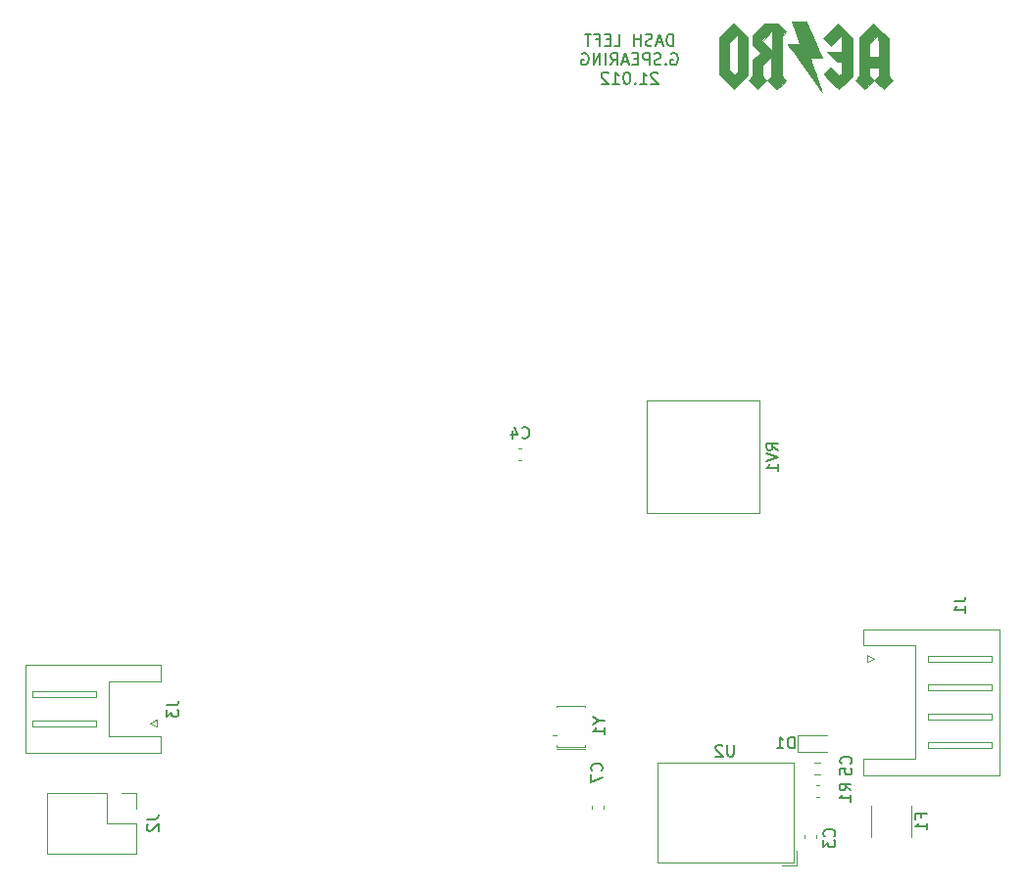
<source format=gbr>
G04 #@! TF.GenerationSoftware,KiCad,Pcbnew,5.1.7-a382d34a8~88~ubuntu18.04.1*
G04 #@! TF.CreationDate,2021-02-25T09:38:48-05:00*
G04 #@! TF.ProjectId,Dash_Left,44617368-5f4c-4656-9674-2e6b69636164,rev?*
G04 #@! TF.SameCoordinates,Original*
G04 #@! TF.FileFunction,Legend,Bot*
G04 #@! TF.FilePolarity,Positive*
%FSLAX46Y46*%
G04 Gerber Fmt 4.6, Leading zero omitted, Abs format (unit mm)*
G04 Created by KiCad (PCBNEW 5.1.7-a382d34a8~88~ubuntu18.04.1) date 2021-02-25 09:38:48*
%MOMM*%
%LPD*%
G01*
G04 APERTURE LIST*
%ADD10C,0.150000*%
%ADD11C,0.010000*%
%ADD12C,0.120000*%
G04 APERTURE END LIST*
D10*
X165028095Y-45538380D02*
X165028095Y-44538380D01*
X164790000Y-44538380D01*
X164647142Y-44586000D01*
X164551904Y-44681238D01*
X164504285Y-44776476D01*
X164456666Y-44966952D01*
X164456666Y-45109809D01*
X164504285Y-45300285D01*
X164551904Y-45395523D01*
X164647142Y-45490761D01*
X164790000Y-45538380D01*
X165028095Y-45538380D01*
X164075714Y-45252666D02*
X163599523Y-45252666D01*
X164170952Y-45538380D02*
X163837619Y-44538380D01*
X163504285Y-45538380D01*
X163218571Y-45490761D02*
X163075714Y-45538380D01*
X162837619Y-45538380D01*
X162742380Y-45490761D01*
X162694761Y-45443142D01*
X162647142Y-45347904D01*
X162647142Y-45252666D01*
X162694761Y-45157428D01*
X162742380Y-45109809D01*
X162837619Y-45062190D01*
X163028095Y-45014571D01*
X163123333Y-44966952D01*
X163170952Y-44919333D01*
X163218571Y-44824095D01*
X163218571Y-44728857D01*
X163170952Y-44633619D01*
X163123333Y-44586000D01*
X163028095Y-44538380D01*
X162790000Y-44538380D01*
X162647142Y-44586000D01*
X162218571Y-45538380D02*
X162218571Y-44538380D01*
X162218571Y-45014571D02*
X161647142Y-45014571D01*
X161647142Y-45538380D02*
X161647142Y-44538380D01*
X159932857Y-45538380D02*
X160409047Y-45538380D01*
X160409047Y-44538380D01*
X159599523Y-45014571D02*
X159266190Y-45014571D01*
X159123333Y-45538380D02*
X159599523Y-45538380D01*
X159599523Y-44538380D01*
X159123333Y-44538380D01*
X158361428Y-45014571D02*
X158694761Y-45014571D01*
X158694761Y-45538380D02*
X158694761Y-44538380D01*
X158218571Y-44538380D01*
X157980476Y-44538380D02*
X157409047Y-44538380D01*
X157694761Y-45538380D02*
X157694761Y-44538380D01*
X164885238Y-46236000D02*
X164980476Y-46188380D01*
X165123333Y-46188380D01*
X165266190Y-46236000D01*
X165361428Y-46331238D01*
X165409047Y-46426476D01*
X165456666Y-46616952D01*
X165456666Y-46759809D01*
X165409047Y-46950285D01*
X165361428Y-47045523D01*
X165266190Y-47140761D01*
X165123333Y-47188380D01*
X165028095Y-47188380D01*
X164885238Y-47140761D01*
X164837619Y-47093142D01*
X164837619Y-46759809D01*
X165028095Y-46759809D01*
X164409047Y-47093142D02*
X164361428Y-47140761D01*
X164409047Y-47188380D01*
X164456666Y-47140761D01*
X164409047Y-47093142D01*
X164409047Y-47188380D01*
X163980476Y-47140761D02*
X163837619Y-47188380D01*
X163599523Y-47188380D01*
X163504285Y-47140761D01*
X163456666Y-47093142D01*
X163409047Y-46997904D01*
X163409047Y-46902666D01*
X163456666Y-46807428D01*
X163504285Y-46759809D01*
X163599523Y-46712190D01*
X163790000Y-46664571D01*
X163885238Y-46616952D01*
X163932857Y-46569333D01*
X163980476Y-46474095D01*
X163980476Y-46378857D01*
X163932857Y-46283619D01*
X163885238Y-46236000D01*
X163790000Y-46188380D01*
X163551904Y-46188380D01*
X163409047Y-46236000D01*
X162980476Y-47188380D02*
X162980476Y-46188380D01*
X162599523Y-46188380D01*
X162504285Y-46236000D01*
X162456666Y-46283619D01*
X162409047Y-46378857D01*
X162409047Y-46521714D01*
X162456666Y-46616952D01*
X162504285Y-46664571D01*
X162599523Y-46712190D01*
X162980476Y-46712190D01*
X161980476Y-46664571D02*
X161647142Y-46664571D01*
X161504285Y-47188380D02*
X161980476Y-47188380D01*
X161980476Y-46188380D01*
X161504285Y-46188380D01*
X161123333Y-46902666D02*
X160647142Y-46902666D01*
X161218571Y-47188380D02*
X160885238Y-46188380D01*
X160551904Y-47188380D01*
X159647142Y-47188380D02*
X159980476Y-46712190D01*
X160218571Y-47188380D02*
X160218571Y-46188380D01*
X159837619Y-46188380D01*
X159742380Y-46236000D01*
X159694761Y-46283619D01*
X159647142Y-46378857D01*
X159647142Y-46521714D01*
X159694761Y-46616952D01*
X159742380Y-46664571D01*
X159837619Y-46712190D01*
X160218571Y-46712190D01*
X159218571Y-47188380D02*
X159218571Y-46188380D01*
X158742380Y-47188380D02*
X158742380Y-46188380D01*
X158170952Y-47188380D01*
X158170952Y-46188380D01*
X157170952Y-46236000D02*
X157266190Y-46188380D01*
X157409047Y-46188380D01*
X157551904Y-46236000D01*
X157647142Y-46331238D01*
X157694761Y-46426476D01*
X157742380Y-46616952D01*
X157742380Y-46759809D01*
X157694761Y-46950285D01*
X157647142Y-47045523D01*
X157551904Y-47140761D01*
X157409047Y-47188380D01*
X157313809Y-47188380D01*
X157170952Y-47140761D01*
X157123333Y-47093142D01*
X157123333Y-46759809D01*
X157313809Y-46759809D01*
X163718571Y-47933619D02*
X163670952Y-47886000D01*
X163575714Y-47838380D01*
X163337619Y-47838380D01*
X163242380Y-47886000D01*
X163194761Y-47933619D01*
X163147142Y-48028857D01*
X163147142Y-48124095D01*
X163194761Y-48266952D01*
X163766190Y-48838380D01*
X163147142Y-48838380D01*
X162194761Y-48838380D02*
X162766190Y-48838380D01*
X162480476Y-48838380D02*
X162480476Y-47838380D01*
X162575714Y-47981238D01*
X162670952Y-48076476D01*
X162766190Y-48124095D01*
X161766190Y-48743142D02*
X161718571Y-48790761D01*
X161766190Y-48838380D01*
X161813809Y-48790761D01*
X161766190Y-48743142D01*
X161766190Y-48838380D01*
X161099523Y-47838380D02*
X161004285Y-47838380D01*
X160909047Y-47886000D01*
X160861428Y-47933619D01*
X160813809Y-48028857D01*
X160766190Y-48219333D01*
X160766190Y-48457428D01*
X160813809Y-48647904D01*
X160861428Y-48743142D01*
X160909047Y-48790761D01*
X161004285Y-48838380D01*
X161099523Y-48838380D01*
X161194761Y-48790761D01*
X161242380Y-48743142D01*
X161290000Y-48647904D01*
X161337619Y-48457428D01*
X161337619Y-48219333D01*
X161290000Y-48028857D01*
X161242380Y-47933619D01*
X161194761Y-47886000D01*
X161099523Y-47838380D01*
X159813809Y-48838380D02*
X160385238Y-48838380D01*
X160099523Y-48838380D02*
X160099523Y-47838380D01*
X160194761Y-47981238D01*
X160290000Y-48076476D01*
X160385238Y-48124095D01*
X159432857Y-47933619D02*
X159385238Y-47886000D01*
X159290000Y-47838380D01*
X159051904Y-47838380D01*
X158956666Y-47886000D01*
X158909047Y-47933619D01*
X158861428Y-48028857D01*
X158861428Y-48124095D01*
X158909047Y-48266952D01*
X159480476Y-48838380D01*
X158861428Y-48838380D01*
D11*
G36*
X175637851Y-44417813D02*
G01*
X175997060Y-45397427D01*
X175453424Y-45397427D01*
X175248358Y-45397846D01*
X175104168Y-45399861D01*
X175011759Y-45404611D01*
X174962035Y-45413234D01*
X174945900Y-45426869D01*
X174954261Y-45446654D01*
X174964289Y-45458653D01*
X174992292Y-45495473D01*
X175057005Y-45583537D01*
X175154378Y-45717215D01*
X175280360Y-45890877D01*
X175430900Y-46098893D01*
X175601948Y-46335633D01*
X175789453Y-46595466D01*
X175989364Y-46872763D01*
X176197630Y-47161893D01*
X176410200Y-47457227D01*
X176623025Y-47753134D01*
X176832053Y-48043985D01*
X177033233Y-48324148D01*
X177222515Y-48587995D01*
X177395847Y-48829895D01*
X177549181Y-49044217D01*
X177678463Y-49225333D01*
X177779645Y-49367611D01*
X177848674Y-49465422D01*
X177881501Y-49513136D01*
X177882220Y-49514265D01*
X177879457Y-49495674D01*
X177855691Y-49417209D01*
X177812989Y-49285056D01*
X177753417Y-49105402D01*
X177679041Y-48884431D01*
X177591928Y-48628332D01*
X177494145Y-48343288D01*
X177401159Y-48074142D01*
X177294276Y-47765551D01*
X177194769Y-47477885D01*
X177104915Y-47217757D01*
X177026994Y-46991778D01*
X176963282Y-46806560D01*
X176916058Y-46668716D01*
X176887599Y-46584858D01*
X176879862Y-46560987D01*
X176912823Y-46557836D01*
X177003606Y-46555166D01*
X177140059Y-46553186D01*
X177310034Y-46552108D01*
X177399786Y-46551973D01*
X177919709Y-46551973D01*
X177528949Y-45668570D01*
X177405406Y-45389003D01*
X177272067Y-45086805D01*
X177137290Y-44780947D01*
X177009431Y-44490400D01*
X176896846Y-44234135D01*
X176843152Y-44111683D01*
X176548117Y-43438199D01*
X175278643Y-43438199D01*
X175637851Y-44417813D01*
G37*
X175637851Y-44417813D02*
X175997060Y-45397427D01*
X175453424Y-45397427D01*
X175248358Y-45397846D01*
X175104168Y-45399861D01*
X175011759Y-45404611D01*
X174962035Y-45413234D01*
X174945900Y-45426869D01*
X174954261Y-45446654D01*
X174964289Y-45458653D01*
X174992292Y-45495473D01*
X175057005Y-45583537D01*
X175154378Y-45717215D01*
X175280360Y-45890877D01*
X175430900Y-46098893D01*
X175601948Y-46335633D01*
X175789453Y-46595466D01*
X175989364Y-46872763D01*
X176197630Y-47161893D01*
X176410200Y-47457227D01*
X176623025Y-47753134D01*
X176832053Y-48043985D01*
X177033233Y-48324148D01*
X177222515Y-48587995D01*
X177395847Y-48829895D01*
X177549181Y-49044217D01*
X177678463Y-49225333D01*
X177779645Y-49367611D01*
X177848674Y-49465422D01*
X177881501Y-49513136D01*
X177882220Y-49514265D01*
X177879457Y-49495674D01*
X177855691Y-49417209D01*
X177812989Y-49285056D01*
X177753417Y-49105402D01*
X177679041Y-48884431D01*
X177591928Y-48628332D01*
X177494145Y-48343288D01*
X177401159Y-48074142D01*
X177294276Y-47765551D01*
X177194769Y-47477885D01*
X177104915Y-47217757D01*
X177026994Y-46991778D01*
X176963282Y-46806560D01*
X176916058Y-46668716D01*
X176887599Y-46584858D01*
X176879862Y-46560987D01*
X176912823Y-46557836D01*
X177003606Y-46555166D01*
X177140059Y-46553186D01*
X177310034Y-46552108D01*
X177399786Y-46551973D01*
X177919709Y-46551973D01*
X177528949Y-45668570D01*
X177405406Y-45389003D01*
X177272067Y-45086805D01*
X177137290Y-44780947D01*
X177009431Y-44490400D01*
X176896846Y-44234135D01*
X176843152Y-44111683D01*
X176548117Y-43438199D01*
X175278643Y-43438199D01*
X175637851Y-44417813D01*
G36*
X181751339Y-44216988D02*
G01*
X181148182Y-44820884D01*
X181148182Y-48141646D01*
X180965198Y-48326931D01*
X180782214Y-48512217D01*
X181184241Y-48914243D01*
X181586267Y-49316270D01*
X181987346Y-48914050D01*
X182388424Y-48511830D01*
X182022838Y-48141646D01*
X182022838Y-47426628D01*
X182792535Y-47426628D01*
X182792535Y-48141646D01*
X182609551Y-48326931D01*
X182426567Y-48512217D01*
X183230620Y-49316270D01*
X184032776Y-48511830D01*
X183849984Y-48326738D01*
X183667190Y-48141646D01*
X183667190Y-46516986D01*
X182792535Y-46516986D01*
X182022838Y-46516986D01*
X182022838Y-45377990D01*
X182405913Y-44976620D01*
X182788989Y-44575251D01*
X182790762Y-45546119D01*
X182792535Y-46516986D01*
X183667190Y-46516986D01*
X183667190Y-44924422D01*
X183010843Y-44268757D01*
X182354495Y-43613091D01*
X181751339Y-44216988D01*
G37*
X181751339Y-44216988D02*
X181148182Y-44820884D01*
X181148182Y-48141646D01*
X180965198Y-48326931D01*
X180782214Y-48512217D01*
X181184241Y-48914243D01*
X181586267Y-49316270D01*
X181987346Y-48914050D01*
X182388424Y-48511830D01*
X182022838Y-48141646D01*
X182022838Y-47426628D01*
X182792535Y-47426628D01*
X182792535Y-48141646D01*
X182609551Y-48326931D01*
X182426567Y-48512217D01*
X183230620Y-49316270D01*
X184032776Y-48511830D01*
X183849984Y-48326738D01*
X183667190Y-48141646D01*
X183667190Y-46516986D01*
X182792535Y-46516986D01*
X182022838Y-46516986D01*
X182022838Y-45377990D01*
X182405913Y-44976620D01*
X182788989Y-44575251D01*
X182790762Y-45546119D01*
X182792535Y-46516986D01*
X183667190Y-46516986D01*
X183667190Y-44924422D01*
X183010843Y-44268757D01*
X182354495Y-43613091D01*
X181751339Y-44216988D01*
G36*
X178656864Y-44267679D02*
G01*
X178017961Y-44907283D01*
X178349235Y-45239940D01*
X178680508Y-45572597D01*
X179162141Y-45091886D01*
X179643774Y-44611174D01*
X179643774Y-46065091D01*
X178979463Y-46054882D01*
X178315151Y-46044672D01*
X178742781Y-46473254D01*
X179170410Y-46901835D01*
X179643774Y-46901835D01*
X179643774Y-47912874D01*
X179519067Y-48007994D01*
X179394359Y-48103113D01*
X179037589Y-47747558D01*
X178680820Y-47392002D01*
X178365197Y-47707625D01*
X178049575Y-48023248D01*
X178699155Y-48669566D01*
X178873660Y-48842587D01*
X179031708Y-48998125D01*
X179166615Y-49129697D01*
X179271696Y-49230821D01*
X179340268Y-49295012D01*
X179365454Y-49315884D01*
X179393865Y-49292205D01*
X179464415Y-49225800D01*
X179569961Y-49123616D01*
X179703361Y-48992602D01*
X179857474Y-48839704D01*
X179950301Y-48746972D01*
X180518430Y-48178060D01*
X180518430Y-44857604D01*
X179907098Y-44242840D01*
X179295766Y-43628075D01*
X178656864Y-44267679D01*
G37*
X178656864Y-44267679D02*
X178017961Y-44907283D01*
X178349235Y-45239940D01*
X178680508Y-45572597D01*
X179162141Y-45091886D01*
X179643774Y-44611174D01*
X179643774Y-46065091D01*
X178979463Y-46054882D01*
X178315151Y-46044672D01*
X178742781Y-46473254D01*
X179170410Y-46901835D01*
X179643774Y-46901835D01*
X179643774Y-47912874D01*
X179519067Y-48007994D01*
X179394359Y-48103113D01*
X179037589Y-47747558D01*
X178680820Y-47392002D01*
X178365197Y-47707625D01*
X178049575Y-48023248D01*
X178699155Y-48669566D01*
X178873660Y-48842587D01*
X179031708Y-48998125D01*
X179166615Y-49129697D01*
X179271696Y-49230821D01*
X179340268Y-49295012D01*
X179365454Y-49315884D01*
X179393865Y-49292205D01*
X179464415Y-49225800D01*
X179569961Y-49123616D01*
X179703361Y-48992602D01*
X179857474Y-48839704D01*
X179950301Y-48746972D01*
X180518430Y-48178060D01*
X180518430Y-44857604D01*
X179907098Y-44242840D01*
X179295766Y-43628075D01*
X178656864Y-44267679D01*
G36*
X172444906Y-44112121D02*
G01*
X171946805Y-44611113D01*
X171946805Y-45518495D01*
X172557643Y-46132177D01*
X172234731Y-46456437D01*
X171911818Y-46780698D01*
X171911818Y-48141646D01*
X171728834Y-48326931D01*
X171545851Y-48512217D01*
X172349904Y-49316270D01*
X173134688Y-48528694D01*
X172962096Y-48336270D01*
X172789503Y-48143846D01*
X172787989Y-47688428D01*
X172786474Y-47233011D01*
X173171322Y-46849356D01*
X173556171Y-46465700D01*
X173556171Y-48181463D01*
X173380854Y-48354144D01*
X173205536Y-48526825D01*
X173598947Y-48921355D01*
X173733821Y-49055260D01*
X173851657Y-49169693D01*
X173943604Y-49256262D01*
X174000816Y-49306577D01*
X174014977Y-49315884D01*
X174045622Y-49291858D01*
X174115574Y-49225504D01*
X174216144Y-49125412D01*
X174338642Y-49000171D01*
X174420490Y-48915024D01*
X174803382Y-48514164D01*
X174617104Y-48330200D01*
X174430827Y-48146236D01*
X174430827Y-46009343D01*
X173626143Y-46009343D01*
X173180241Y-45563440D01*
X172734338Y-45117537D01*
X173626143Y-44225732D01*
X173626143Y-46009343D01*
X174430827Y-46009343D01*
X174430827Y-44717225D01*
X174631121Y-44514818D01*
X174831415Y-44312412D01*
X174483086Y-43962771D01*
X174134756Y-43613130D01*
X172943007Y-43613130D01*
X172444906Y-44112121D01*
G37*
X172444906Y-44112121D02*
X171946805Y-44611113D01*
X171946805Y-45518495D01*
X172557643Y-46132177D01*
X172234731Y-46456437D01*
X171911818Y-46780698D01*
X171911818Y-48141646D01*
X171728834Y-48326931D01*
X171545851Y-48512217D01*
X172349904Y-49316270D01*
X173134688Y-48528694D01*
X172962096Y-48336270D01*
X172789503Y-48143846D01*
X172787989Y-47688428D01*
X172786474Y-47233011D01*
X173171322Y-46849356D01*
X173556171Y-46465700D01*
X173556171Y-48181463D01*
X173380854Y-48354144D01*
X173205536Y-48526825D01*
X173598947Y-48921355D01*
X173733821Y-49055260D01*
X173851657Y-49169693D01*
X173943604Y-49256262D01*
X174000816Y-49306577D01*
X174014977Y-49315884D01*
X174045622Y-49291858D01*
X174115574Y-49225504D01*
X174216144Y-49125412D01*
X174338642Y-49000171D01*
X174420490Y-48915024D01*
X174803382Y-48514164D01*
X174617104Y-48330200D01*
X174430827Y-48146236D01*
X174430827Y-46009343D01*
X173626143Y-46009343D01*
X173180241Y-45563440D01*
X172734338Y-45117537D01*
X173626143Y-44225732D01*
X173626143Y-46009343D01*
X174430827Y-46009343D01*
X174430827Y-44717225D01*
X174631121Y-44514818D01*
X174831415Y-44312412D01*
X174483086Y-43962771D01*
X174134756Y-43613130D01*
X172943007Y-43613130D01*
X172444906Y-44112121D01*
G36*
X169637708Y-44225394D02*
G01*
X169007962Y-44854412D01*
X169007962Y-48004592D01*
X170320668Y-49315934D01*
X171491984Y-48143096D01*
X171491984Y-47860625D01*
X170617328Y-47860625D01*
X170505013Y-47976504D01*
X170392699Y-48092384D01*
X170155151Y-47856656D01*
X169917603Y-47620929D01*
X169917603Y-45273663D01*
X170267466Y-44925113D01*
X170617328Y-44576564D01*
X170617328Y-47860625D01*
X171491984Y-47860625D01*
X171491984Y-44819405D01*
X170879719Y-44207890D01*
X170267455Y-43596376D01*
X169637708Y-44225394D01*
G37*
X169637708Y-44225394D02*
X169007962Y-44854412D01*
X169007962Y-48004592D01*
X170320668Y-49315934D01*
X171491984Y-48143096D01*
X171491984Y-47860625D01*
X170617328Y-47860625D01*
X170505013Y-47976504D01*
X170392699Y-48092384D01*
X170155151Y-47856656D01*
X169917603Y-47620929D01*
X169917603Y-45273663D01*
X170267466Y-44925113D01*
X170617328Y-44576564D01*
X170617328Y-47860625D01*
X171491984Y-47860625D01*
X171491984Y-44819405D01*
X170879719Y-44207890D01*
X170267455Y-43596376D01*
X169637708Y-44225394D01*
D12*
X157410000Y-102594000D02*
X157410000Y-102744000D01*
X155010000Y-102594000D02*
X155010000Y-102744000D01*
X155010000Y-105144000D02*
X155010000Y-105194000D01*
X155010000Y-106194000D02*
X155010000Y-106044000D01*
X157410000Y-106194000D02*
X157410000Y-106044000D01*
X155410000Y-106394000D02*
X155010000Y-106394000D01*
X155410000Y-106194000D02*
X155010000Y-106194000D01*
X155410000Y-102594000D02*
X155010000Y-102594000D01*
X157410000Y-106394000D02*
X155410000Y-106394000D01*
X155010000Y-105144000D02*
X154610000Y-105144000D01*
X155410000Y-106194000D02*
X157410000Y-106194000D01*
X157410000Y-102594000D02*
X155410000Y-102594000D01*
X175696000Y-116409500D02*
X174456000Y-116409500D01*
X175696000Y-115169500D02*
X175696000Y-116409500D01*
X163735000Y-107549500D02*
X163735000Y-116169500D01*
X175456000Y-107549500D02*
X175456000Y-116169500D01*
X175456000Y-116169500D02*
X163735000Y-116169500D01*
X175456000Y-107549500D02*
X163735000Y-107549500D01*
X172525000Y-76219500D02*
X162755000Y-76219500D01*
X172525000Y-85989500D02*
X162755000Y-85989500D01*
X162755000Y-85989500D02*
X162755000Y-76219500D01*
X172525000Y-85989500D02*
X172525000Y-76219500D01*
X177777224Y-108599500D02*
X177267776Y-108599500D01*
X177777224Y-107554500D02*
X177267776Y-107554500D01*
X120464000Y-103840000D02*
X119864000Y-104140000D01*
X120464000Y-104440000D02*
X120464000Y-103840000D01*
X119864000Y-104140000D02*
X120464000Y-104440000D01*
X115164000Y-101390000D02*
X115164000Y-101890000D01*
X109664000Y-101390000D02*
X115164000Y-101390000D01*
X109664000Y-101890000D02*
X109664000Y-101390000D01*
X115164000Y-101890000D02*
X109664000Y-101890000D01*
X115164000Y-103890000D02*
X115164000Y-104390000D01*
X109664000Y-103890000D02*
X115164000Y-103890000D01*
X109664000Y-104390000D02*
X109664000Y-103890000D01*
X115164000Y-104390000D02*
X109664000Y-104390000D01*
X116274000Y-100500000D02*
X116274000Y-102890000D01*
X120774000Y-100500000D02*
X116274000Y-100500000D01*
X120774000Y-99080000D02*
X120774000Y-100500000D01*
X109054000Y-99080000D02*
X120774000Y-99080000D01*
X109054000Y-102890000D02*
X109054000Y-99080000D01*
X116274000Y-105280000D02*
X116274000Y-102890000D01*
X120774000Y-105280000D02*
X116274000Y-105280000D01*
X120774000Y-106700000D02*
X120774000Y-105280000D01*
X109054000Y-106700000D02*
X120774000Y-106700000D01*
X109054000Y-102890000D02*
X109054000Y-106700000D01*
X118678000Y-111506000D02*
X118678000Y-110176000D01*
X118678000Y-110176000D02*
X117348000Y-110176000D01*
X118678000Y-112776000D02*
X116078000Y-112776000D01*
X116078000Y-112776000D02*
X116078000Y-110176000D01*
X116078000Y-110176000D02*
X110938000Y-110176000D01*
X110938000Y-115376000D02*
X110938000Y-110176000D01*
X118678000Y-115376000D02*
X110938000Y-115376000D01*
X118678000Y-115376000D02*
X118678000Y-112776000D01*
X181796000Y-98852000D02*
X182396000Y-98552000D01*
X181796000Y-98252000D02*
X181796000Y-98852000D01*
X182396000Y-98552000D02*
X181796000Y-98252000D01*
X187096000Y-106302000D02*
X187096000Y-105802000D01*
X192596000Y-106302000D02*
X187096000Y-106302000D01*
X192596000Y-105802000D02*
X192596000Y-106302000D01*
X187096000Y-105802000D02*
X192596000Y-105802000D01*
X187096000Y-103802000D02*
X187096000Y-103302000D01*
X192596000Y-103802000D02*
X187096000Y-103802000D01*
X192596000Y-103302000D02*
X192596000Y-103802000D01*
X187096000Y-103302000D02*
X192596000Y-103302000D01*
X187096000Y-101302000D02*
X187096000Y-100802000D01*
X192596000Y-101302000D02*
X187096000Y-101302000D01*
X192596000Y-100802000D02*
X192596000Y-101302000D01*
X187096000Y-100802000D02*
X192596000Y-100802000D01*
X187096000Y-98802000D02*
X187096000Y-98302000D01*
X192596000Y-98802000D02*
X187096000Y-98802000D01*
X192596000Y-98302000D02*
X192596000Y-98802000D01*
X187096000Y-98302000D02*
X192596000Y-98302000D01*
X185986000Y-107192000D02*
X185986000Y-102302000D01*
X181486000Y-107192000D02*
X185986000Y-107192000D01*
X181486000Y-108612000D02*
X181486000Y-107192000D01*
X193206000Y-108612000D02*
X181486000Y-108612000D01*
X193206000Y-102302000D02*
X193206000Y-108612000D01*
X185986000Y-97412000D02*
X185986000Y-102302000D01*
X181486000Y-97412000D02*
X185986000Y-97412000D01*
X181486000Y-95992000D02*
X181486000Y-97412000D01*
X193206000Y-95992000D02*
X181486000Y-95992000D01*
X193206000Y-102302000D02*
X193206000Y-95992000D01*
X182186000Y-114009852D02*
X182186000Y-111237348D01*
X185606000Y-114009852D02*
X185606000Y-111237348D01*
X175844120Y-105183000D02*
X178304120Y-105183000D01*
X175844120Y-106653000D02*
X175844120Y-105183000D01*
X178304120Y-106653000D02*
X175844120Y-106653000D01*
X157986000Y-111525267D02*
X157986000Y-111232733D01*
X159006000Y-111525267D02*
X159006000Y-111232733D01*
X177399733Y-109472000D02*
X177692267Y-109472000D01*
X177399733Y-110492000D02*
X177692267Y-110492000D01*
X151655733Y-80325500D02*
X151948267Y-80325500D01*
X151655733Y-81345500D02*
X151948267Y-81345500D01*
X176426400Y-114089567D02*
X176426400Y-113797033D01*
X177446400Y-114089567D02*
X177446400Y-113797033D01*
D10*
X158636190Y-103917809D02*
X159112380Y-103917809D01*
X158112380Y-103584476D02*
X158636190Y-103917809D01*
X158112380Y-104251142D01*
X159112380Y-105108285D02*
X159112380Y-104536857D01*
X159112380Y-104822571D02*
X158112380Y-104822571D01*
X158255238Y-104727333D01*
X158350476Y-104632095D01*
X158398095Y-104536857D01*
X170306904Y-106001880D02*
X170306904Y-106811404D01*
X170259285Y-106906642D01*
X170211666Y-106954261D01*
X170116428Y-107001880D01*
X169925952Y-107001880D01*
X169830714Y-106954261D01*
X169783095Y-106906642D01*
X169735476Y-106811404D01*
X169735476Y-106001880D01*
X169306904Y-106097119D02*
X169259285Y-106049500D01*
X169164047Y-106001880D01*
X168925952Y-106001880D01*
X168830714Y-106049500D01*
X168783095Y-106097119D01*
X168735476Y-106192357D01*
X168735476Y-106287595D01*
X168783095Y-106430452D01*
X169354523Y-107001880D01*
X168735476Y-107001880D01*
X174107380Y-80509261D02*
X173631190Y-80175928D01*
X174107380Y-79937833D02*
X173107380Y-79937833D01*
X173107380Y-80318785D01*
X173155000Y-80414023D01*
X173202619Y-80461642D01*
X173297857Y-80509261D01*
X173440714Y-80509261D01*
X173535952Y-80461642D01*
X173583571Y-80414023D01*
X173631190Y-80318785D01*
X173631190Y-79937833D01*
X173107380Y-80794976D02*
X174107380Y-81128309D01*
X173107380Y-81461642D01*
X174107380Y-82318785D02*
X174107380Y-81747357D01*
X174107380Y-82033071D02*
X173107380Y-82033071D01*
X173250238Y-81937833D01*
X173345476Y-81842595D01*
X173393095Y-81747357D01*
X180411380Y-109942333D02*
X179935190Y-109609000D01*
X180411380Y-109370904D02*
X179411380Y-109370904D01*
X179411380Y-109751857D01*
X179459000Y-109847095D01*
X179506619Y-109894714D01*
X179601857Y-109942333D01*
X179744714Y-109942333D01*
X179839952Y-109894714D01*
X179887571Y-109847095D01*
X179935190Y-109751857D01*
X179935190Y-109370904D01*
X180411380Y-110894714D02*
X180411380Y-110323285D01*
X180411380Y-110609000D02*
X179411380Y-110609000D01*
X179554238Y-110513761D01*
X179649476Y-110418523D01*
X179697095Y-110323285D01*
X121316380Y-102556666D02*
X122030666Y-102556666D01*
X122173523Y-102509047D01*
X122268761Y-102413809D01*
X122316380Y-102270952D01*
X122316380Y-102175714D01*
X121316380Y-102937619D02*
X121316380Y-103556666D01*
X121697333Y-103223333D01*
X121697333Y-103366190D01*
X121744952Y-103461428D01*
X121792571Y-103509047D01*
X121887809Y-103556666D01*
X122125904Y-103556666D01*
X122221142Y-103509047D01*
X122268761Y-103461428D01*
X122316380Y-103366190D01*
X122316380Y-103080476D01*
X122268761Y-102985238D01*
X122221142Y-102937619D01*
X119570380Y-112442666D02*
X120284666Y-112442666D01*
X120427523Y-112395047D01*
X120522761Y-112299809D01*
X120570380Y-112156952D01*
X120570380Y-112061714D01*
X119665619Y-112871238D02*
X119618000Y-112918857D01*
X119570380Y-113014095D01*
X119570380Y-113252190D01*
X119618000Y-113347428D01*
X119665619Y-113395047D01*
X119760857Y-113442666D01*
X119856095Y-113442666D01*
X119998952Y-113395047D01*
X120570380Y-112823619D01*
X120570380Y-113442666D01*
X189317380Y-93583166D02*
X190031666Y-93583166D01*
X190174523Y-93535547D01*
X190269761Y-93440309D01*
X190317380Y-93297452D01*
X190317380Y-93202214D01*
X190317380Y-94583166D02*
X190317380Y-94011738D01*
X190317380Y-94297452D02*
X189317380Y-94297452D01*
X189460238Y-94202214D01*
X189555476Y-94106976D01*
X189603095Y-94011738D01*
X186474571Y-112290266D02*
X186474571Y-111956933D01*
X186998380Y-111956933D02*
X185998380Y-111956933D01*
X185998380Y-112433123D01*
X186998380Y-113337885D02*
X186998380Y-112766457D01*
X186998380Y-113052171D02*
X185998380Y-113052171D01*
X186141238Y-112956933D01*
X186236476Y-112861695D01*
X186284095Y-112766457D01*
X175520575Y-106309420D02*
X175520575Y-105309420D01*
X175282480Y-105309420D01*
X175139622Y-105357040D01*
X175044384Y-105452278D01*
X174996765Y-105547516D01*
X174949146Y-105737992D01*
X174949146Y-105880849D01*
X174996765Y-106071325D01*
X175044384Y-106166563D01*
X175139622Y-106261801D01*
X175282480Y-106309420D01*
X175520575Y-106309420D01*
X173996765Y-106309420D02*
X174568194Y-106309420D01*
X174282480Y-106309420D02*
X174282480Y-105309420D01*
X174377718Y-105452278D01*
X174472956Y-105547516D01*
X174568194Y-105595135D01*
X158853142Y-108227833D02*
X158900761Y-108180214D01*
X158948380Y-108037357D01*
X158948380Y-107942119D01*
X158900761Y-107799261D01*
X158805523Y-107704023D01*
X158710285Y-107656404D01*
X158519809Y-107608785D01*
X158376952Y-107608785D01*
X158186476Y-107656404D01*
X158091238Y-107704023D01*
X157996000Y-107799261D01*
X157948380Y-107942119D01*
X157948380Y-108037357D01*
X157996000Y-108180214D01*
X158043619Y-108227833D01*
X157948380Y-108561166D02*
X157948380Y-109227833D01*
X158948380Y-108799261D01*
X180392342Y-107630933D02*
X180439961Y-107583314D01*
X180487580Y-107440457D01*
X180487580Y-107345219D01*
X180439961Y-107202361D01*
X180344723Y-107107123D01*
X180249485Y-107059504D01*
X180059009Y-107011885D01*
X179916152Y-107011885D01*
X179725676Y-107059504D01*
X179630438Y-107107123D01*
X179535200Y-107202361D01*
X179487580Y-107345219D01*
X179487580Y-107440457D01*
X179535200Y-107583314D01*
X179582819Y-107630933D01*
X179487580Y-108535695D02*
X179487580Y-108059504D01*
X179963771Y-108011885D01*
X179916152Y-108059504D01*
X179868533Y-108154742D01*
X179868533Y-108392838D01*
X179916152Y-108488076D01*
X179963771Y-108535695D01*
X180059009Y-108583314D01*
X180297104Y-108583314D01*
X180392342Y-108535695D01*
X180439961Y-108488076D01*
X180487580Y-108392838D01*
X180487580Y-108154742D01*
X180439961Y-108059504D01*
X180392342Y-108011885D01*
X151995166Y-79414642D02*
X152042785Y-79462261D01*
X152185642Y-79509880D01*
X152280880Y-79509880D01*
X152423738Y-79462261D01*
X152518976Y-79367023D01*
X152566595Y-79271785D01*
X152614214Y-79081309D01*
X152614214Y-78938452D01*
X152566595Y-78747976D01*
X152518976Y-78652738D01*
X152423738Y-78557500D01*
X152280880Y-78509880D01*
X152185642Y-78509880D01*
X152042785Y-78557500D01*
X151995166Y-78605119D01*
X151138023Y-78843214D02*
X151138023Y-79509880D01*
X151376119Y-78462261D02*
X151614214Y-79176547D01*
X150995166Y-79176547D01*
X178944542Y-113903633D02*
X178992161Y-113856014D01*
X179039780Y-113713157D01*
X179039780Y-113617919D01*
X178992161Y-113475061D01*
X178896923Y-113379823D01*
X178801685Y-113332204D01*
X178611209Y-113284585D01*
X178468352Y-113284585D01*
X178277876Y-113332204D01*
X178182638Y-113379823D01*
X178087400Y-113475061D01*
X178039780Y-113617919D01*
X178039780Y-113713157D01*
X178087400Y-113856014D01*
X178135019Y-113903633D01*
X178039780Y-114236966D02*
X178039780Y-114856014D01*
X178420733Y-114522680D01*
X178420733Y-114665538D01*
X178468352Y-114760776D01*
X178515971Y-114808395D01*
X178611209Y-114856014D01*
X178849304Y-114856014D01*
X178944542Y-114808395D01*
X178992161Y-114760776D01*
X179039780Y-114665538D01*
X179039780Y-114379823D01*
X178992161Y-114284585D01*
X178944542Y-114236966D01*
M02*

</source>
